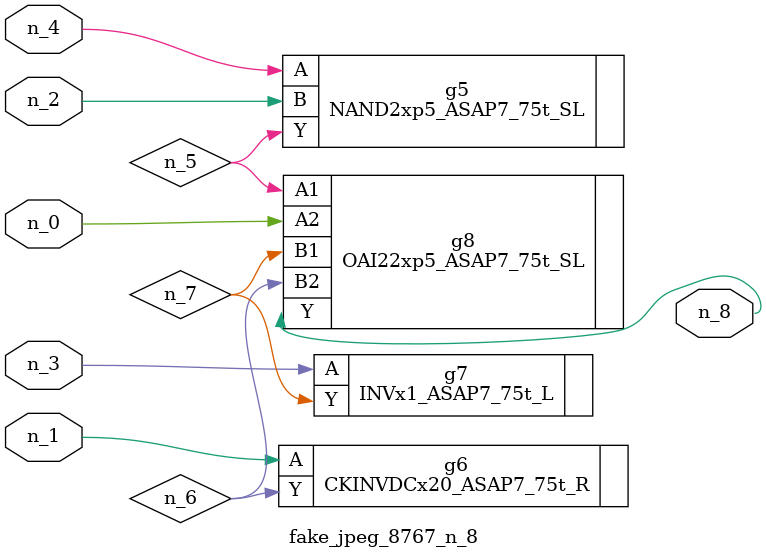
<source format=v>
module fake_jpeg_8767_n_8 (n_3, n_2, n_1, n_0, n_4, n_8);

input n_3;
input n_2;
input n_1;
input n_0;
input n_4;

output n_8;

wire n_6;
wire n_5;
wire n_7;

NAND2xp5_ASAP7_75t_SL g5 ( 
.A(n_4),
.B(n_2),
.Y(n_5)
);

CKINVDCx20_ASAP7_75t_R g6 ( 
.A(n_1),
.Y(n_6)
);

INVx1_ASAP7_75t_L g7 ( 
.A(n_3),
.Y(n_7)
);

OAI22xp5_ASAP7_75t_SL g8 ( 
.A1(n_5),
.A2(n_0),
.B1(n_7),
.B2(n_6),
.Y(n_8)
);


endmodule
</source>
